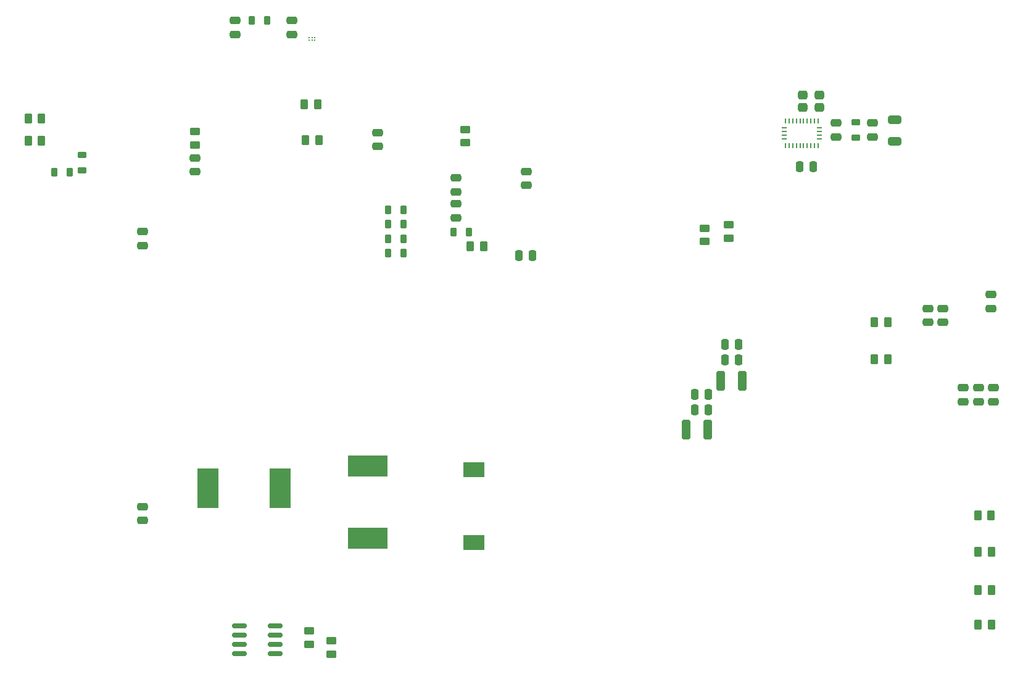
<source format=gbp>
G04 #@! TF.GenerationSoftware,KiCad,Pcbnew,8.0.4*
G04 #@! TF.CreationDate,2024-09-09T14:24:52+09:00*
G04 #@! TF.ProjectId,Solid Rocket Motor Test Station,536f6c69-6420-4526-9f63-6b6574204d6f,1.0*
G04 #@! TF.SameCoordinates,Original*
G04 #@! TF.FileFunction,Paste,Bot*
G04 #@! TF.FilePolarity,Positive*
%FSLAX46Y46*%
G04 Gerber Fmt 4.6, Leading zero omitted, Abs format (unit mm)*
G04 Created by KiCad (PCBNEW 8.0.4) date 2024-09-09 14:24:52*
%MOMM*%
%LPD*%
G01*
G04 APERTURE LIST*
G04 Aperture macros list*
%AMRoundRect*
0 Rectangle with rounded corners*
0 $1 Rounding radius*
0 $2 $3 $4 $5 $6 $7 $8 $9 X,Y pos of 4 corners*
0 Add a 4 corners polygon primitive as box body*
4,1,4,$2,$3,$4,$5,$6,$7,$8,$9,$2,$3,0*
0 Add four circle primitives for the rounded corners*
1,1,$1+$1,$2,$3*
1,1,$1+$1,$4,$5*
1,1,$1+$1,$6,$7*
1,1,$1+$1,$8,$9*
0 Add four rect primitives between the rounded corners*
20,1,$1+$1,$2,$3,$4,$5,0*
20,1,$1+$1,$4,$5,$6,$7,0*
20,1,$1+$1,$6,$7,$8,$9,0*
20,1,$1+$1,$8,$9,$2,$3,0*%
G04 Aperture macros list end*
%ADD10RoundRect,0.250000X0.475000X-0.250000X0.475000X0.250000X-0.475000X0.250000X-0.475000X-0.250000X0*%
%ADD11RoundRect,0.250000X0.250000X0.475000X-0.250000X0.475000X-0.250000X-0.475000X0.250000X-0.475000X0*%
%ADD12C,0.250000*%
%ADD13RoundRect,0.250000X0.262500X0.450000X-0.262500X0.450000X-0.262500X-0.450000X0.262500X-0.450000X0*%
%ADD14RoundRect,0.250000X-0.475000X0.250000X-0.475000X-0.250000X0.475000X-0.250000X0.475000X0.250000X0*%
%ADD15RoundRect,0.218750X-0.381250X0.218750X-0.381250X-0.218750X0.381250X-0.218750X0.381250X0.218750X0*%
%ADD16RoundRect,0.250000X-0.450000X0.262500X-0.450000X-0.262500X0.450000X-0.262500X0.450000X0.262500X0*%
%ADD17RoundRect,0.218750X-0.218750X-0.381250X0.218750X-0.381250X0.218750X0.381250X-0.218750X0.381250X0*%
%ADD18RoundRect,0.250000X0.325000X1.100000X-0.325000X1.100000X-0.325000X-1.100000X0.325000X-1.100000X0*%
%ADD19RoundRect,0.250000X0.450000X-0.262500X0.450000X0.262500X-0.450000X0.262500X-0.450000X-0.262500X0*%
%ADD20R,0.254000X0.675000*%
%ADD21R,0.675000X0.254000*%
%ADD22RoundRect,0.250000X-0.650000X0.325000X-0.650000X-0.325000X0.650000X-0.325000X0.650000X0.325000X0*%
%ADD23R,3.000000X2.000000*%
%ADD24RoundRect,0.300000X-0.350000X-0.300000X0.350000X-0.300000X0.350000X0.300000X-0.350000X0.300000X0*%
%ADD25RoundRect,0.250000X-0.262500X-0.450000X0.262500X-0.450000X0.262500X0.450000X-0.262500X0.450000X0*%
%ADD26RoundRect,0.150000X0.825000X0.150000X-0.825000X0.150000X-0.825000X-0.150000X0.825000X-0.150000X0*%
%ADD27RoundRect,0.218750X0.381250X-0.218750X0.381250X0.218750X-0.381250X0.218750X-0.381250X-0.218750X0*%
%ADD28R,5.400000X2.900000*%
%ADD29R,2.900000X5.400000*%
%ADD30RoundRect,0.250000X-0.250000X-0.475000X0.250000X-0.475000X0.250000X0.475000X-0.250000X0.475000X0*%
G04 APERTURE END LIST*
D10*
X105145000Y-90156000D03*
X105145000Y-88256000D03*
D11*
X186956000Y-103700000D03*
X185056000Y-103700000D03*
D12*
X127981800Y-62010000D03*
X128381800Y-62010000D03*
X128781800Y-62010000D03*
X127981800Y-61610000D03*
X128381800Y-61610000D03*
X128781800Y-61610000D03*
D13*
X129310700Y-75700400D03*
X127485700Y-75700400D03*
D14*
X217695000Y-109648000D03*
X217695000Y-111548000D03*
X212878000Y-98772000D03*
X212878000Y-100672000D03*
D15*
X202961200Y-73240000D03*
X202961200Y-75365000D03*
D10*
X137398200Y-76536800D03*
X137398200Y-74636800D03*
D11*
X182776000Y-110600000D03*
X180876000Y-110600000D03*
D16*
X131047800Y-144381000D03*
X131047800Y-146206000D03*
D17*
X92981000Y-80120000D03*
X95106000Y-80120000D03*
D18*
X182696000Y-115420000D03*
X179746000Y-115420000D03*
D16*
X149417000Y-74216000D03*
X149417000Y-76041000D03*
D14*
X221514000Y-96862000D03*
X221514000Y-98762000D03*
D19*
X182273800Y-89577500D03*
X182273800Y-87752500D03*
D10*
X148099000Y-86338000D03*
X148099000Y-84438000D03*
D13*
X91250000Y-72752000D03*
X89425000Y-72752000D03*
X91250000Y-75800000D03*
X89425000Y-75800000D03*
D14*
X219815000Y-109648000D03*
X219815000Y-111548000D03*
D13*
X207375500Y-105757000D03*
X205550500Y-105757000D03*
D17*
X138792000Y-89216000D03*
X140917000Y-89216000D03*
X138792000Y-85216000D03*
X140917000Y-85216000D03*
D10*
X105145000Y-127856000D03*
X105145000Y-125956000D03*
D17*
X120126800Y-59270000D03*
X122251800Y-59270000D03*
D14*
X148099000Y-80882000D03*
X148099000Y-82782000D03*
D20*
X197841200Y-73079800D03*
D21*
X197978700Y-73992300D03*
X197978700Y-74492300D03*
X197978700Y-74992300D03*
X197978700Y-75492300D03*
D20*
X197841200Y-76404800D03*
X197341200Y-76404800D03*
X196841200Y-76404800D03*
X196341200Y-76404800D03*
X195841200Y-76404800D03*
X195341200Y-76404800D03*
X194841200Y-76404800D03*
X194341200Y-76404800D03*
X193841200Y-76404800D03*
X193341200Y-76404800D03*
D21*
X193203700Y-75492300D03*
X193203700Y-74992300D03*
X193203700Y-74492300D03*
X193203700Y-73992300D03*
D20*
X193341200Y-73079800D03*
X193841200Y-73079800D03*
X194341200Y-73079800D03*
X194841200Y-73079800D03*
X195341200Y-73079800D03*
X195841200Y-73079800D03*
X196341200Y-73079800D03*
X196841200Y-73079800D03*
X197341200Y-73079800D03*
D10*
X205298000Y-75221200D03*
X205298000Y-73321200D03*
D11*
X182766000Y-112710000D03*
X180866000Y-112710000D03*
D22*
X208346000Y-72931600D03*
X208346000Y-75881600D03*
D23*
X150552200Y-130876400D03*
X150552200Y-120876400D03*
D18*
X187435000Y-108667400D03*
X184485000Y-108667400D03*
D14*
X112285000Y-78123800D03*
X112285000Y-80023800D03*
D11*
X186956000Y-105830000D03*
X185056000Y-105830000D03*
X158635000Y-91550000D03*
X156735000Y-91550000D03*
D24*
X195733600Y-69480800D03*
X198033600Y-69480800D03*
X198033600Y-71180800D03*
X195733600Y-71180800D03*
D25*
X127348000Y-70772800D03*
X129173000Y-70772800D03*
D14*
X125587800Y-59270000D03*
X125587800Y-61170000D03*
D26*
X123370002Y-142301000D03*
X123370002Y-143571000D03*
X123370002Y-144841000D03*
X123370002Y-146111000D03*
X118420002Y-146111000D03*
X118420002Y-144841000D03*
X118420002Y-143571000D03*
X118420002Y-142301000D03*
D16*
X127997800Y-143006000D03*
X127997800Y-144831000D03*
D13*
X221620000Y-142173000D03*
X219795000Y-142173000D03*
D27*
X96791000Y-79866000D03*
X96791000Y-77741000D03*
D19*
X112285000Y-76364300D03*
X112285000Y-74539300D03*
D13*
X207375500Y-100677000D03*
X205550500Y-100677000D03*
X221617500Y-137433000D03*
X219792500Y-137433000D03*
D17*
X147811800Y-88310000D03*
X149936800Y-88310000D03*
X138792000Y-91216000D03*
X140917000Y-91216000D03*
X138792000Y-87216000D03*
X140917000Y-87216000D03*
D10*
X200319600Y-75221200D03*
X200319600Y-73321200D03*
D14*
X214910000Y-98772000D03*
X214910000Y-100672000D03*
X157751000Y-79998000D03*
X157751000Y-81898000D03*
X221915000Y-109648000D03*
X221915000Y-111548000D03*
D28*
X136052200Y-120426400D03*
X136052200Y-130326400D03*
D13*
X221570000Y-127143000D03*
X219745000Y-127143000D03*
D29*
X114080400Y-123462200D03*
X123980400Y-123462200D03*
D19*
X185531800Y-89138500D03*
X185531800Y-87313500D03*
D10*
X117840800Y-61170000D03*
X117840800Y-59270000D03*
D30*
X195288600Y-79355800D03*
X197188600Y-79355800D03*
D13*
X151909000Y-90280000D03*
X150084000Y-90280000D03*
X221620000Y-132193000D03*
X219795000Y-132193000D03*
M02*

</source>
